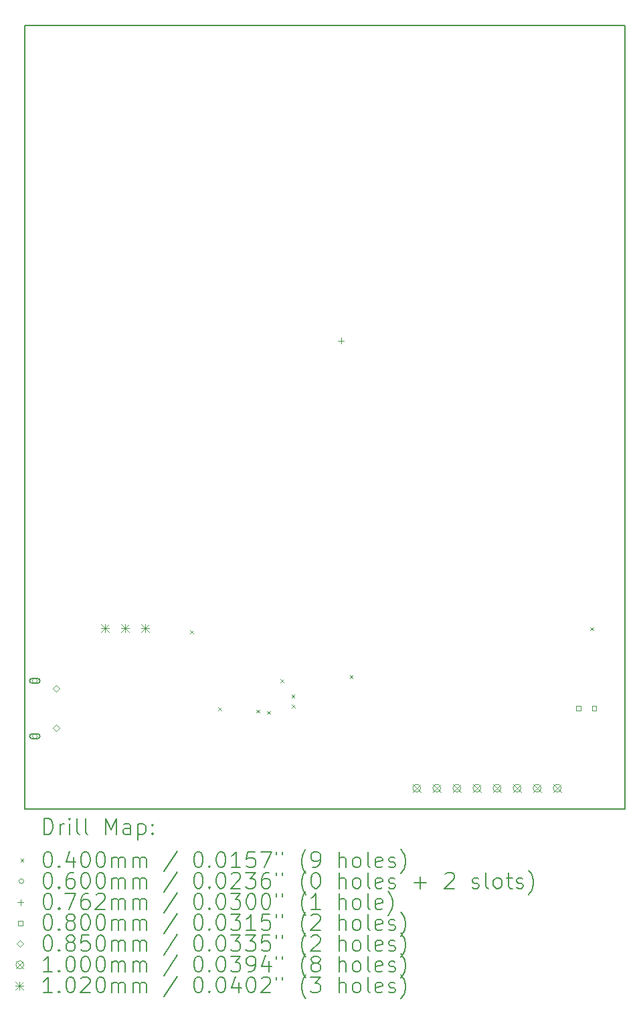
<source format=gbr>
%TF.GenerationSoftware,KiCad,Pcbnew,(6.0.7)*%
%TF.CreationDate,2022-10-01T10:06:27-06:00*%
%TF.ProjectId,attiny_rfid_light,61747469-6e79-45f7-9266-69645f6c6967,rev?*%
%TF.SameCoordinates,Original*%
%TF.FileFunction,Drillmap*%
%TF.FilePolarity,Positive*%
%FSLAX45Y45*%
G04 Gerber Fmt 4.5, Leading zero omitted, Abs format (unit mm)*
G04 Created by KiCad (PCBNEW (6.0.7)) date 2022-10-01 10:06:27*
%MOMM*%
%LPD*%
G01*
G04 APERTURE LIST*
%ADD10C,0.200000*%
%ADD11C,0.040000*%
%ADD12C,0.060000*%
%ADD13C,0.076200*%
%ADD14C,0.080000*%
%ADD15C,0.085000*%
%ADD16C,0.100000*%
%ADD17C,0.102000*%
G04 APERTURE END LIST*
D10*
X6604000Y-5588000D02*
X14200000Y-5588000D01*
X14200000Y-5588000D02*
X14200000Y-15494000D01*
X14200000Y-15494000D02*
X6604000Y-15494000D01*
X6604000Y-15494000D02*
X6604000Y-5588000D01*
D11*
X8699420Y-13238300D02*
X8739420Y-13278300D01*
X8739420Y-13238300D02*
X8699420Y-13278300D01*
X9052530Y-14207480D02*
X9092530Y-14247480D01*
X9092530Y-14207480D02*
X9052530Y-14247480D01*
X9539600Y-14238740D02*
X9579600Y-14278740D01*
X9579600Y-14238740D02*
X9539600Y-14278740D01*
X9672950Y-14255800D02*
X9712950Y-14295800D01*
X9712950Y-14255800D02*
X9672950Y-14295800D01*
X9842930Y-13855160D02*
X9882930Y-13895160D01*
X9882930Y-13855160D02*
X9842930Y-13895160D01*
X9981560Y-14049770D02*
X10021560Y-14089770D01*
X10021560Y-14049770D02*
X9981560Y-14089770D01*
X9983370Y-14177800D02*
X10023370Y-14217800D01*
X10023370Y-14177800D02*
X9983370Y-14217800D01*
X10717930Y-13802170D02*
X10757930Y-13842170D01*
X10757930Y-13802170D02*
X10717930Y-13842170D01*
X13760580Y-13197350D02*
X13800580Y-13237350D01*
X13800580Y-13197350D02*
X13760580Y-13237350D01*
D12*
X6764250Y-13874000D02*
G75*
G03*
X6764250Y-13874000I-30000J0D01*
G01*
D10*
X6699250Y-13904000D02*
X6769250Y-13904000D01*
X6699250Y-13844000D02*
X6769250Y-13844000D01*
X6769250Y-13904000D02*
G75*
G03*
X6769250Y-13844000I0J30000D01*
G01*
X6699250Y-13844000D02*
G75*
G03*
X6699250Y-13904000I0J-30000D01*
G01*
D12*
X6764250Y-14574000D02*
G75*
G03*
X6764250Y-14574000I-30000J0D01*
G01*
D10*
X6769250Y-14544000D02*
X6699250Y-14544000D01*
X6769250Y-14604000D02*
X6699250Y-14604000D01*
X6699250Y-14544000D02*
G75*
G03*
X6699250Y-14604000I0J-30000D01*
G01*
X6769250Y-14604000D02*
G75*
G03*
X6769250Y-14544000I0J30000D01*
G01*
D13*
X10609350Y-9537080D02*
X10609350Y-9613280D01*
X10571250Y-9575180D02*
X10647450Y-9575180D01*
D14*
X13640984Y-14248284D02*
X13640984Y-14191715D01*
X13584415Y-14191715D01*
X13584415Y-14248284D01*
X13640984Y-14248284D01*
X13840984Y-14248284D02*
X13840984Y-14191715D01*
X13784415Y-14191715D01*
X13784415Y-14248284D01*
X13840984Y-14248284D01*
D15*
X7004250Y-14016500D02*
X7046750Y-13974000D01*
X7004250Y-13931500D01*
X6961750Y-13974000D01*
X7004250Y-14016500D01*
X7004250Y-14516500D02*
X7046750Y-14474000D01*
X7004250Y-14431500D01*
X6961750Y-14474000D01*
X7004250Y-14516500D01*
D16*
X11515860Y-15181370D02*
X11615860Y-15281370D01*
X11615860Y-15181370D02*
X11515860Y-15281370D01*
X11615860Y-15231370D02*
G75*
G03*
X11615860Y-15231370I-50000J0D01*
G01*
X11769860Y-15181370D02*
X11869860Y-15281370D01*
X11869860Y-15181370D02*
X11769860Y-15281370D01*
X11869860Y-15231370D02*
G75*
G03*
X11869860Y-15231370I-50000J0D01*
G01*
X12023860Y-15181370D02*
X12123860Y-15281370D01*
X12123860Y-15181370D02*
X12023860Y-15281370D01*
X12123860Y-15231370D02*
G75*
G03*
X12123860Y-15231370I-50000J0D01*
G01*
X12277860Y-15181370D02*
X12377860Y-15281370D01*
X12377860Y-15181370D02*
X12277860Y-15281370D01*
X12377860Y-15231370D02*
G75*
G03*
X12377860Y-15231370I-50000J0D01*
G01*
X12531860Y-15181370D02*
X12631860Y-15281370D01*
X12631860Y-15181370D02*
X12531860Y-15281370D01*
X12631860Y-15231370D02*
G75*
G03*
X12631860Y-15231370I-50000J0D01*
G01*
X12785860Y-15181370D02*
X12885860Y-15281370D01*
X12885860Y-15181370D02*
X12785860Y-15281370D01*
X12885860Y-15231370D02*
G75*
G03*
X12885860Y-15231370I-50000J0D01*
G01*
X13039860Y-15181370D02*
X13139860Y-15281370D01*
X13139860Y-15181370D02*
X13039860Y-15281370D01*
X13139860Y-15231370D02*
G75*
G03*
X13139860Y-15231370I-50000J0D01*
G01*
X13293860Y-15181370D02*
X13393860Y-15281370D01*
X13393860Y-15181370D02*
X13293860Y-15281370D01*
X13393860Y-15231370D02*
G75*
G03*
X13393860Y-15231370I-50000J0D01*
G01*
D17*
X7569000Y-13157000D02*
X7671000Y-13259000D01*
X7671000Y-13157000D02*
X7569000Y-13259000D01*
X7620000Y-13157000D02*
X7620000Y-13259000D01*
X7569000Y-13208000D02*
X7671000Y-13208000D01*
X7823000Y-13157000D02*
X7925000Y-13259000D01*
X7925000Y-13157000D02*
X7823000Y-13259000D01*
X7874000Y-13157000D02*
X7874000Y-13259000D01*
X7823000Y-13208000D02*
X7925000Y-13208000D01*
X8077000Y-13157000D02*
X8179000Y-13259000D01*
X8179000Y-13157000D02*
X8077000Y-13259000D01*
X8128000Y-13157000D02*
X8128000Y-13259000D01*
X8077000Y-13208000D02*
X8179000Y-13208000D01*
D10*
X6851619Y-15814476D02*
X6851619Y-15614476D01*
X6899238Y-15614476D01*
X6927809Y-15624000D01*
X6946857Y-15643048D01*
X6956381Y-15662095D01*
X6965905Y-15700190D01*
X6965905Y-15728762D01*
X6956381Y-15766857D01*
X6946857Y-15785905D01*
X6927809Y-15804952D01*
X6899238Y-15814476D01*
X6851619Y-15814476D01*
X7051619Y-15814476D02*
X7051619Y-15681143D01*
X7051619Y-15719238D02*
X7061143Y-15700190D01*
X7070667Y-15690667D01*
X7089714Y-15681143D01*
X7108762Y-15681143D01*
X7175428Y-15814476D02*
X7175428Y-15681143D01*
X7175428Y-15614476D02*
X7165905Y-15624000D01*
X7175428Y-15633524D01*
X7184952Y-15624000D01*
X7175428Y-15614476D01*
X7175428Y-15633524D01*
X7299238Y-15814476D02*
X7280190Y-15804952D01*
X7270667Y-15785905D01*
X7270667Y-15614476D01*
X7404000Y-15814476D02*
X7384952Y-15804952D01*
X7375428Y-15785905D01*
X7375428Y-15614476D01*
X7632571Y-15814476D02*
X7632571Y-15614476D01*
X7699238Y-15757333D01*
X7765905Y-15614476D01*
X7765905Y-15814476D01*
X7946857Y-15814476D02*
X7946857Y-15709714D01*
X7937333Y-15690667D01*
X7918286Y-15681143D01*
X7880190Y-15681143D01*
X7861143Y-15690667D01*
X7946857Y-15804952D02*
X7927809Y-15814476D01*
X7880190Y-15814476D01*
X7861143Y-15804952D01*
X7851619Y-15785905D01*
X7851619Y-15766857D01*
X7861143Y-15747809D01*
X7880190Y-15738286D01*
X7927809Y-15738286D01*
X7946857Y-15728762D01*
X8042095Y-15681143D02*
X8042095Y-15881143D01*
X8042095Y-15690667D02*
X8061143Y-15681143D01*
X8099238Y-15681143D01*
X8118286Y-15690667D01*
X8127809Y-15700190D01*
X8137333Y-15719238D01*
X8137333Y-15776381D01*
X8127809Y-15795428D01*
X8118286Y-15804952D01*
X8099238Y-15814476D01*
X8061143Y-15814476D01*
X8042095Y-15804952D01*
X8223048Y-15795428D02*
X8232571Y-15804952D01*
X8223048Y-15814476D01*
X8213524Y-15804952D01*
X8223048Y-15795428D01*
X8223048Y-15814476D01*
X8223048Y-15690667D02*
X8232571Y-15700190D01*
X8223048Y-15709714D01*
X8213524Y-15700190D01*
X8223048Y-15690667D01*
X8223048Y-15709714D01*
D11*
X6554000Y-16124000D02*
X6594000Y-16164000D01*
X6594000Y-16124000D02*
X6554000Y-16164000D01*
D10*
X6889714Y-16034476D02*
X6908762Y-16034476D01*
X6927809Y-16044000D01*
X6937333Y-16053524D01*
X6946857Y-16072571D01*
X6956381Y-16110667D01*
X6956381Y-16158286D01*
X6946857Y-16196381D01*
X6937333Y-16215428D01*
X6927809Y-16224952D01*
X6908762Y-16234476D01*
X6889714Y-16234476D01*
X6870667Y-16224952D01*
X6861143Y-16215428D01*
X6851619Y-16196381D01*
X6842095Y-16158286D01*
X6842095Y-16110667D01*
X6851619Y-16072571D01*
X6861143Y-16053524D01*
X6870667Y-16044000D01*
X6889714Y-16034476D01*
X7042095Y-16215428D02*
X7051619Y-16224952D01*
X7042095Y-16234476D01*
X7032571Y-16224952D01*
X7042095Y-16215428D01*
X7042095Y-16234476D01*
X7223048Y-16101143D02*
X7223048Y-16234476D01*
X7175428Y-16024952D02*
X7127809Y-16167809D01*
X7251619Y-16167809D01*
X7365905Y-16034476D02*
X7384952Y-16034476D01*
X7404000Y-16044000D01*
X7413524Y-16053524D01*
X7423048Y-16072571D01*
X7432571Y-16110667D01*
X7432571Y-16158286D01*
X7423048Y-16196381D01*
X7413524Y-16215428D01*
X7404000Y-16224952D01*
X7384952Y-16234476D01*
X7365905Y-16234476D01*
X7346857Y-16224952D01*
X7337333Y-16215428D01*
X7327809Y-16196381D01*
X7318286Y-16158286D01*
X7318286Y-16110667D01*
X7327809Y-16072571D01*
X7337333Y-16053524D01*
X7346857Y-16044000D01*
X7365905Y-16034476D01*
X7556381Y-16034476D02*
X7575428Y-16034476D01*
X7594476Y-16044000D01*
X7604000Y-16053524D01*
X7613524Y-16072571D01*
X7623048Y-16110667D01*
X7623048Y-16158286D01*
X7613524Y-16196381D01*
X7604000Y-16215428D01*
X7594476Y-16224952D01*
X7575428Y-16234476D01*
X7556381Y-16234476D01*
X7537333Y-16224952D01*
X7527809Y-16215428D01*
X7518286Y-16196381D01*
X7508762Y-16158286D01*
X7508762Y-16110667D01*
X7518286Y-16072571D01*
X7527809Y-16053524D01*
X7537333Y-16044000D01*
X7556381Y-16034476D01*
X7708762Y-16234476D02*
X7708762Y-16101143D01*
X7708762Y-16120190D02*
X7718286Y-16110667D01*
X7737333Y-16101143D01*
X7765905Y-16101143D01*
X7784952Y-16110667D01*
X7794476Y-16129714D01*
X7794476Y-16234476D01*
X7794476Y-16129714D02*
X7804000Y-16110667D01*
X7823048Y-16101143D01*
X7851619Y-16101143D01*
X7870667Y-16110667D01*
X7880190Y-16129714D01*
X7880190Y-16234476D01*
X7975428Y-16234476D02*
X7975428Y-16101143D01*
X7975428Y-16120190D02*
X7984952Y-16110667D01*
X8004000Y-16101143D01*
X8032571Y-16101143D01*
X8051619Y-16110667D01*
X8061143Y-16129714D01*
X8061143Y-16234476D01*
X8061143Y-16129714D02*
X8070667Y-16110667D01*
X8089714Y-16101143D01*
X8118286Y-16101143D01*
X8137333Y-16110667D01*
X8146857Y-16129714D01*
X8146857Y-16234476D01*
X8537333Y-16024952D02*
X8365905Y-16282095D01*
X8794476Y-16034476D02*
X8813524Y-16034476D01*
X8832571Y-16044000D01*
X8842095Y-16053524D01*
X8851619Y-16072571D01*
X8861143Y-16110667D01*
X8861143Y-16158286D01*
X8851619Y-16196381D01*
X8842095Y-16215428D01*
X8832571Y-16224952D01*
X8813524Y-16234476D01*
X8794476Y-16234476D01*
X8775429Y-16224952D01*
X8765905Y-16215428D01*
X8756381Y-16196381D01*
X8746857Y-16158286D01*
X8746857Y-16110667D01*
X8756381Y-16072571D01*
X8765905Y-16053524D01*
X8775429Y-16044000D01*
X8794476Y-16034476D01*
X8946857Y-16215428D02*
X8956381Y-16224952D01*
X8946857Y-16234476D01*
X8937333Y-16224952D01*
X8946857Y-16215428D01*
X8946857Y-16234476D01*
X9080190Y-16034476D02*
X9099238Y-16034476D01*
X9118286Y-16044000D01*
X9127810Y-16053524D01*
X9137333Y-16072571D01*
X9146857Y-16110667D01*
X9146857Y-16158286D01*
X9137333Y-16196381D01*
X9127810Y-16215428D01*
X9118286Y-16224952D01*
X9099238Y-16234476D01*
X9080190Y-16234476D01*
X9061143Y-16224952D01*
X9051619Y-16215428D01*
X9042095Y-16196381D01*
X9032571Y-16158286D01*
X9032571Y-16110667D01*
X9042095Y-16072571D01*
X9051619Y-16053524D01*
X9061143Y-16044000D01*
X9080190Y-16034476D01*
X9337333Y-16234476D02*
X9223048Y-16234476D01*
X9280190Y-16234476D02*
X9280190Y-16034476D01*
X9261143Y-16063048D01*
X9242095Y-16082095D01*
X9223048Y-16091619D01*
X9518286Y-16034476D02*
X9423048Y-16034476D01*
X9413524Y-16129714D01*
X9423048Y-16120190D01*
X9442095Y-16110667D01*
X9489714Y-16110667D01*
X9508762Y-16120190D01*
X9518286Y-16129714D01*
X9527810Y-16148762D01*
X9527810Y-16196381D01*
X9518286Y-16215428D01*
X9508762Y-16224952D01*
X9489714Y-16234476D01*
X9442095Y-16234476D01*
X9423048Y-16224952D01*
X9413524Y-16215428D01*
X9594476Y-16034476D02*
X9727810Y-16034476D01*
X9642095Y-16234476D01*
X9794476Y-16034476D02*
X9794476Y-16072571D01*
X9870667Y-16034476D02*
X9870667Y-16072571D01*
X10165905Y-16310667D02*
X10156381Y-16301143D01*
X10137333Y-16272571D01*
X10127810Y-16253524D01*
X10118286Y-16224952D01*
X10108762Y-16177333D01*
X10108762Y-16139238D01*
X10118286Y-16091619D01*
X10127810Y-16063048D01*
X10137333Y-16044000D01*
X10156381Y-16015428D01*
X10165905Y-16005905D01*
X10251619Y-16234476D02*
X10289714Y-16234476D01*
X10308762Y-16224952D01*
X10318286Y-16215428D01*
X10337333Y-16186857D01*
X10346857Y-16148762D01*
X10346857Y-16072571D01*
X10337333Y-16053524D01*
X10327810Y-16044000D01*
X10308762Y-16034476D01*
X10270667Y-16034476D01*
X10251619Y-16044000D01*
X10242095Y-16053524D01*
X10232571Y-16072571D01*
X10232571Y-16120190D01*
X10242095Y-16139238D01*
X10251619Y-16148762D01*
X10270667Y-16158286D01*
X10308762Y-16158286D01*
X10327810Y-16148762D01*
X10337333Y-16139238D01*
X10346857Y-16120190D01*
X10584952Y-16234476D02*
X10584952Y-16034476D01*
X10670667Y-16234476D02*
X10670667Y-16129714D01*
X10661143Y-16110667D01*
X10642095Y-16101143D01*
X10613524Y-16101143D01*
X10594476Y-16110667D01*
X10584952Y-16120190D01*
X10794476Y-16234476D02*
X10775429Y-16224952D01*
X10765905Y-16215428D01*
X10756381Y-16196381D01*
X10756381Y-16139238D01*
X10765905Y-16120190D01*
X10775429Y-16110667D01*
X10794476Y-16101143D01*
X10823048Y-16101143D01*
X10842095Y-16110667D01*
X10851619Y-16120190D01*
X10861143Y-16139238D01*
X10861143Y-16196381D01*
X10851619Y-16215428D01*
X10842095Y-16224952D01*
X10823048Y-16234476D01*
X10794476Y-16234476D01*
X10975429Y-16234476D02*
X10956381Y-16224952D01*
X10946857Y-16205905D01*
X10946857Y-16034476D01*
X11127810Y-16224952D02*
X11108762Y-16234476D01*
X11070667Y-16234476D01*
X11051619Y-16224952D01*
X11042095Y-16205905D01*
X11042095Y-16129714D01*
X11051619Y-16110667D01*
X11070667Y-16101143D01*
X11108762Y-16101143D01*
X11127810Y-16110667D01*
X11137333Y-16129714D01*
X11137333Y-16148762D01*
X11042095Y-16167809D01*
X11213524Y-16224952D02*
X11232571Y-16234476D01*
X11270667Y-16234476D01*
X11289714Y-16224952D01*
X11299238Y-16205905D01*
X11299238Y-16196381D01*
X11289714Y-16177333D01*
X11270667Y-16167809D01*
X11242095Y-16167809D01*
X11223048Y-16158286D01*
X11213524Y-16139238D01*
X11213524Y-16129714D01*
X11223048Y-16110667D01*
X11242095Y-16101143D01*
X11270667Y-16101143D01*
X11289714Y-16110667D01*
X11365905Y-16310667D02*
X11375428Y-16301143D01*
X11394476Y-16272571D01*
X11404000Y-16253524D01*
X11413524Y-16224952D01*
X11423048Y-16177333D01*
X11423048Y-16139238D01*
X11413524Y-16091619D01*
X11404000Y-16063048D01*
X11394476Y-16044000D01*
X11375428Y-16015428D01*
X11365905Y-16005905D01*
D12*
X6594000Y-16408000D02*
G75*
G03*
X6594000Y-16408000I-30000J0D01*
G01*
D10*
X6889714Y-16298476D02*
X6908762Y-16298476D01*
X6927809Y-16308000D01*
X6937333Y-16317524D01*
X6946857Y-16336571D01*
X6956381Y-16374667D01*
X6956381Y-16422286D01*
X6946857Y-16460381D01*
X6937333Y-16479428D01*
X6927809Y-16488952D01*
X6908762Y-16498476D01*
X6889714Y-16498476D01*
X6870667Y-16488952D01*
X6861143Y-16479428D01*
X6851619Y-16460381D01*
X6842095Y-16422286D01*
X6842095Y-16374667D01*
X6851619Y-16336571D01*
X6861143Y-16317524D01*
X6870667Y-16308000D01*
X6889714Y-16298476D01*
X7042095Y-16479428D02*
X7051619Y-16488952D01*
X7042095Y-16498476D01*
X7032571Y-16488952D01*
X7042095Y-16479428D01*
X7042095Y-16498476D01*
X7223048Y-16298476D02*
X7184952Y-16298476D01*
X7165905Y-16308000D01*
X7156381Y-16317524D01*
X7137333Y-16346095D01*
X7127809Y-16384190D01*
X7127809Y-16460381D01*
X7137333Y-16479428D01*
X7146857Y-16488952D01*
X7165905Y-16498476D01*
X7204000Y-16498476D01*
X7223048Y-16488952D01*
X7232571Y-16479428D01*
X7242095Y-16460381D01*
X7242095Y-16412762D01*
X7232571Y-16393714D01*
X7223048Y-16384190D01*
X7204000Y-16374667D01*
X7165905Y-16374667D01*
X7146857Y-16384190D01*
X7137333Y-16393714D01*
X7127809Y-16412762D01*
X7365905Y-16298476D02*
X7384952Y-16298476D01*
X7404000Y-16308000D01*
X7413524Y-16317524D01*
X7423048Y-16336571D01*
X7432571Y-16374667D01*
X7432571Y-16422286D01*
X7423048Y-16460381D01*
X7413524Y-16479428D01*
X7404000Y-16488952D01*
X7384952Y-16498476D01*
X7365905Y-16498476D01*
X7346857Y-16488952D01*
X7337333Y-16479428D01*
X7327809Y-16460381D01*
X7318286Y-16422286D01*
X7318286Y-16374667D01*
X7327809Y-16336571D01*
X7337333Y-16317524D01*
X7346857Y-16308000D01*
X7365905Y-16298476D01*
X7556381Y-16298476D02*
X7575428Y-16298476D01*
X7594476Y-16308000D01*
X7604000Y-16317524D01*
X7613524Y-16336571D01*
X7623048Y-16374667D01*
X7623048Y-16422286D01*
X7613524Y-16460381D01*
X7604000Y-16479428D01*
X7594476Y-16488952D01*
X7575428Y-16498476D01*
X7556381Y-16498476D01*
X7537333Y-16488952D01*
X7527809Y-16479428D01*
X7518286Y-16460381D01*
X7508762Y-16422286D01*
X7508762Y-16374667D01*
X7518286Y-16336571D01*
X7527809Y-16317524D01*
X7537333Y-16308000D01*
X7556381Y-16298476D01*
X7708762Y-16498476D02*
X7708762Y-16365143D01*
X7708762Y-16384190D02*
X7718286Y-16374667D01*
X7737333Y-16365143D01*
X7765905Y-16365143D01*
X7784952Y-16374667D01*
X7794476Y-16393714D01*
X7794476Y-16498476D01*
X7794476Y-16393714D02*
X7804000Y-16374667D01*
X7823048Y-16365143D01*
X7851619Y-16365143D01*
X7870667Y-16374667D01*
X7880190Y-16393714D01*
X7880190Y-16498476D01*
X7975428Y-16498476D02*
X7975428Y-16365143D01*
X7975428Y-16384190D02*
X7984952Y-16374667D01*
X8004000Y-16365143D01*
X8032571Y-16365143D01*
X8051619Y-16374667D01*
X8061143Y-16393714D01*
X8061143Y-16498476D01*
X8061143Y-16393714D02*
X8070667Y-16374667D01*
X8089714Y-16365143D01*
X8118286Y-16365143D01*
X8137333Y-16374667D01*
X8146857Y-16393714D01*
X8146857Y-16498476D01*
X8537333Y-16288952D02*
X8365905Y-16546095D01*
X8794476Y-16298476D02*
X8813524Y-16298476D01*
X8832571Y-16308000D01*
X8842095Y-16317524D01*
X8851619Y-16336571D01*
X8861143Y-16374667D01*
X8861143Y-16422286D01*
X8851619Y-16460381D01*
X8842095Y-16479428D01*
X8832571Y-16488952D01*
X8813524Y-16498476D01*
X8794476Y-16498476D01*
X8775429Y-16488952D01*
X8765905Y-16479428D01*
X8756381Y-16460381D01*
X8746857Y-16422286D01*
X8746857Y-16374667D01*
X8756381Y-16336571D01*
X8765905Y-16317524D01*
X8775429Y-16308000D01*
X8794476Y-16298476D01*
X8946857Y-16479428D02*
X8956381Y-16488952D01*
X8946857Y-16498476D01*
X8937333Y-16488952D01*
X8946857Y-16479428D01*
X8946857Y-16498476D01*
X9080190Y-16298476D02*
X9099238Y-16298476D01*
X9118286Y-16308000D01*
X9127810Y-16317524D01*
X9137333Y-16336571D01*
X9146857Y-16374667D01*
X9146857Y-16422286D01*
X9137333Y-16460381D01*
X9127810Y-16479428D01*
X9118286Y-16488952D01*
X9099238Y-16498476D01*
X9080190Y-16498476D01*
X9061143Y-16488952D01*
X9051619Y-16479428D01*
X9042095Y-16460381D01*
X9032571Y-16422286D01*
X9032571Y-16374667D01*
X9042095Y-16336571D01*
X9051619Y-16317524D01*
X9061143Y-16308000D01*
X9080190Y-16298476D01*
X9223048Y-16317524D02*
X9232571Y-16308000D01*
X9251619Y-16298476D01*
X9299238Y-16298476D01*
X9318286Y-16308000D01*
X9327810Y-16317524D01*
X9337333Y-16336571D01*
X9337333Y-16355619D01*
X9327810Y-16384190D01*
X9213524Y-16498476D01*
X9337333Y-16498476D01*
X9404000Y-16298476D02*
X9527810Y-16298476D01*
X9461143Y-16374667D01*
X9489714Y-16374667D01*
X9508762Y-16384190D01*
X9518286Y-16393714D01*
X9527810Y-16412762D01*
X9527810Y-16460381D01*
X9518286Y-16479428D01*
X9508762Y-16488952D01*
X9489714Y-16498476D01*
X9432571Y-16498476D01*
X9413524Y-16488952D01*
X9404000Y-16479428D01*
X9699238Y-16298476D02*
X9661143Y-16298476D01*
X9642095Y-16308000D01*
X9632571Y-16317524D01*
X9613524Y-16346095D01*
X9604000Y-16384190D01*
X9604000Y-16460381D01*
X9613524Y-16479428D01*
X9623048Y-16488952D01*
X9642095Y-16498476D01*
X9680190Y-16498476D01*
X9699238Y-16488952D01*
X9708762Y-16479428D01*
X9718286Y-16460381D01*
X9718286Y-16412762D01*
X9708762Y-16393714D01*
X9699238Y-16384190D01*
X9680190Y-16374667D01*
X9642095Y-16374667D01*
X9623048Y-16384190D01*
X9613524Y-16393714D01*
X9604000Y-16412762D01*
X9794476Y-16298476D02*
X9794476Y-16336571D01*
X9870667Y-16298476D02*
X9870667Y-16336571D01*
X10165905Y-16574667D02*
X10156381Y-16565143D01*
X10137333Y-16536571D01*
X10127810Y-16517524D01*
X10118286Y-16488952D01*
X10108762Y-16441333D01*
X10108762Y-16403238D01*
X10118286Y-16355619D01*
X10127810Y-16327048D01*
X10137333Y-16308000D01*
X10156381Y-16279428D01*
X10165905Y-16269905D01*
X10280190Y-16298476D02*
X10299238Y-16298476D01*
X10318286Y-16308000D01*
X10327810Y-16317524D01*
X10337333Y-16336571D01*
X10346857Y-16374667D01*
X10346857Y-16422286D01*
X10337333Y-16460381D01*
X10327810Y-16479428D01*
X10318286Y-16488952D01*
X10299238Y-16498476D01*
X10280190Y-16498476D01*
X10261143Y-16488952D01*
X10251619Y-16479428D01*
X10242095Y-16460381D01*
X10232571Y-16422286D01*
X10232571Y-16374667D01*
X10242095Y-16336571D01*
X10251619Y-16317524D01*
X10261143Y-16308000D01*
X10280190Y-16298476D01*
X10584952Y-16498476D02*
X10584952Y-16298476D01*
X10670667Y-16498476D02*
X10670667Y-16393714D01*
X10661143Y-16374667D01*
X10642095Y-16365143D01*
X10613524Y-16365143D01*
X10594476Y-16374667D01*
X10584952Y-16384190D01*
X10794476Y-16498476D02*
X10775429Y-16488952D01*
X10765905Y-16479428D01*
X10756381Y-16460381D01*
X10756381Y-16403238D01*
X10765905Y-16384190D01*
X10775429Y-16374667D01*
X10794476Y-16365143D01*
X10823048Y-16365143D01*
X10842095Y-16374667D01*
X10851619Y-16384190D01*
X10861143Y-16403238D01*
X10861143Y-16460381D01*
X10851619Y-16479428D01*
X10842095Y-16488952D01*
X10823048Y-16498476D01*
X10794476Y-16498476D01*
X10975429Y-16498476D02*
X10956381Y-16488952D01*
X10946857Y-16469905D01*
X10946857Y-16298476D01*
X11127810Y-16488952D02*
X11108762Y-16498476D01*
X11070667Y-16498476D01*
X11051619Y-16488952D01*
X11042095Y-16469905D01*
X11042095Y-16393714D01*
X11051619Y-16374667D01*
X11070667Y-16365143D01*
X11108762Y-16365143D01*
X11127810Y-16374667D01*
X11137333Y-16393714D01*
X11137333Y-16412762D01*
X11042095Y-16431809D01*
X11213524Y-16488952D02*
X11232571Y-16498476D01*
X11270667Y-16498476D01*
X11289714Y-16488952D01*
X11299238Y-16469905D01*
X11299238Y-16460381D01*
X11289714Y-16441333D01*
X11270667Y-16431809D01*
X11242095Y-16431809D01*
X11223048Y-16422286D01*
X11213524Y-16403238D01*
X11213524Y-16393714D01*
X11223048Y-16374667D01*
X11242095Y-16365143D01*
X11270667Y-16365143D01*
X11289714Y-16374667D01*
X11537333Y-16422286D02*
X11689714Y-16422286D01*
X11613524Y-16498476D02*
X11613524Y-16346095D01*
X11927809Y-16317524D02*
X11937333Y-16308000D01*
X11956381Y-16298476D01*
X12004000Y-16298476D01*
X12023048Y-16308000D01*
X12032571Y-16317524D01*
X12042095Y-16336571D01*
X12042095Y-16355619D01*
X12032571Y-16384190D01*
X11918286Y-16498476D01*
X12042095Y-16498476D01*
X12270667Y-16488952D02*
X12289714Y-16498476D01*
X12327809Y-16498476D01*
X12346857Y-16488952D01*
X12356381Y-16469905D01*
X12356381Y-16460381D01*
X12346857Y-16441333D01*
X12327809Y-16431809D01*
X12299238Y-16431809D01*
X12280190Y-16422286D01*
X12270667Y-16403238D01*
X12270667Y-16393714D01*
X12280190Y-16374667D01*
X12299238Y-16365143D01*
X12327809Y-16365143D01*
X12346857Y-16374667D01*
X12470667Y-16498476D02*
X12451619Y-16488952D01*
X12442095Y-16469905D01*
X12442095Y-16298476D01*
X12575428Y-16498476D02*
X12556381Y-16488952D01*
X12546857Y-16479428D01*
X12537333Y-16460381D01*
X12537333Y-16403238D01*
X12546857Y-16384190D01*
X12556381Y-16374667D01*
X12575428Y-16365143D01*
X12604000Y-16365143D01*
X12623048Y-16374667D01*
X12632571Y-16384190D01*
X12642095Y-16403238D01*
X12642095Y-16460381D01*
X12632571Y-16479428D01*
X12623048Y-16488952D01*
X12604000Y-16498476D01*
X12575428Y-16498476D01*
X12699238Y-16365143D02*
X12775428Y-16365143D01*
X12727809Y-16298476D02*
X12727809Y-16469905D01*
X12737333Y-16488952D01*
X12756381Y-16498476D01*
X12775428Y-16498476D01*
X12832571Y-16488952D02*
X12851619Y-16498476D01*
X12889714Y-16498476D01*
X12908762Y-16488952D01*
X12918286Y-16469905D01*
X12918286Y-16460381D01*
X12908762Y-16441333D01*
X12889714Y-16431809D01*
X12861143Y-16431809D01*
X12842095Y-16422286D01*
X12832571Y-16403238D01*
X12832571Y-16393714D01*
X12842095Y-16374667D01*
X12861143Y-16365143D01*
X12889714Y-16365143D01*
X12908762Y-16374667D01*
X12984952Y-16574667D02*
X12994476Y-16565143D01*
X13013524Y-16536571D01*
X13023048Y-16517524D01*
X13032571Y-16488952D01*
X13042095Y-16441333D01*
X13042095Y-16403238D01*
X13032571Y-16355619D01*
X13023048Y-16327048D01*
X13013524Y-16308000D01*
X12994476Y-16279428D01*
X12984952Y-16269905D01*
D13*
X6555900Y-16633900D02*
X6555900Y-16710100D01*
X6517800Y-16672000D02*
X6594000Y-16672000D01*
D10*
X6889714Y-16562476D02*
X6908762Y-16562476D01*
X6927809Y-16572000D01*
X6937333Y-16581524D01*
X6946857Y-16600571D01*
X6956381Y-16638667D01*
X6956381Y-16686286D01*
X6946857Y-16724381D01*
X6937333Y-16743428D01*
X6927809Y-16752952D01*
X6908762Y-16762476D01*
X6889714Y-16762476D01*
X6870667Y-16752952D01*
X6861143Y-16743428D01*
X6851619Y-16724381D01*
X6842095Y-16686286D01*
X6842095Y-16638667D01*
X6851619Y-16600571D01*
X6861143Y-16581524D01*
X6870667Y-16572000D01*
X6889714Y-16562476D01*
X7042095Y-16743428D02*
X7051619Y-16752952D01*
X7042095Y-16762476D01*
X7032571Y-16752952D01*
X7042095Y-16743428D01*
X7042095Y-16762476D01*
X7118286Y-16562476D02*
X7251619Y-16562476D01*
X7165905Y-16762476D01*
X7413524Y-16562476D02*
X7375428Y-16562476D01*
X7356381Y-16572000D01*
X7346857Y-16581524D01*
X7327809Y-16610095D01*
X7318286Y-16648190D01*
X7318286Y-16724381D01*
X7327809Y-16743428D01*
X7337333Y-16752952D01*
X7356381Y-16762476D01*
X7394476Y-16762476D01*
X7413524Y-16752952D01*
X7423048Y-16743428D01*
X7432571Y-16724381D01*
X7432571Y-16676762D01*
X7423048Y-16657714D01*
X7413524Y-16648190D01*
X7394476Y-16638667D01*
X7356381Y-16638667D01*
X7337333Y-16648190D01*
X7327809Y-16657714D01*
X7318286Y-16676762D01*
X7508762Y-16581524D02*
X7518286Y-16572000D01*
X7537333Y-16562476D01*
X7584952Y-16562476D01*
X7604000Y-16572000D01*
X7613524Y-16581524D01*
X7623048Y-16600571D01*
X7623048Y-16619619D01*
X7613524Y-16648190D01*
X7499238Y-16762476D01*
X7623048Y-16762476D01*
X7708762Y-16762476D02*
X7708762Y-16629143D01*
X7708762Y-16648190D02*
X7718286Y-16638667D01*
X7737333Y-16629143D01*
X7765905Y-16629143D01*
X7784952Y-16638667D01*
X7794476Y-16657714D01*
X7794476Y-16762476D01*
X7794476Y-16657714D02*
X7804000Y-16638667D01*
X7823048Y-16629143D01*
X7851619Y-16629143D01*
X7870667Y-16638667D01*
X7880190Y-16657714D01*
X7880190Y-16762476D01*
X7975428Y-16762476D02*
X7975428Y-16629143D01*
X7975428Y-16648190D02*
X7984952Y-16638667D01*
X8004000Y-16629143D01*
X8032571Y-16629143D01*
X8051619Y-16638667D01*
X8061143Y-16657714D01*
X8061143Y-16762476D01*
X8061143Y-16657714D02*
X8070667Y-16638667D01*
X8089714Y-16629143D01*
X8118286Y-16629143D01*
X8137333Y-16638667D01*
X8146857Y-16657714D01*
X8146857Y-16762476D01*
X8537333Y-16552952D02*
X8365905Y-16810095D01*
X8794476Y-16562476D02*
X8813524Y-16562476D01*
X8832571Y-16572000D01*
X8842095Y-16581524D01*
X8851619Y-16600571D01*
X8861143Y-16638667D01*
X8861143Y-16686286D01*
X8851619Y-16724381D01*
X8842095Y-16743428D01*
X8832571Y-16752952D01*
X8813524Y-16762476D01*
X8794476Y-16762476D01*
X8775429Y-16752952D01*
X8765905Y-16743428D01*
X8756381Y-16724381D01*
X8746857Y-16686286D01*
X8746857Y-16638667D01*
X8756381Y-16600571D01*
X8765905Y-16581524D01*
X8775429Y-16572000D01*
X8794476Y-16562476D01*
X8946857Y-16743428D02*
X8956381Y-16752952D01*
X8946857Y-16762476D01*
X8937333Y-16752952D01*
X8946857Y-16743428D01*
X8946857Y-16762476D01*
X9080190Y-16562476D02*
X9099238Y-16562476D01*
X9118286Y-16572000D01*
X9127810Y-16581524D01*
X9137333Y-16600571D01*
X9146857Y-16638667D01*
X9146857Y-16686286D01*
X9137333Y-16724381D01*
X9127810Y-16743428D01*
X9118286Y-16752952D01*
X9099238Y-16762476D01*
X9080190Y-16762476D01*
X9061143Y-16752952D01*
X9051619Y-16743428D01*
X9042095Y-16724381D01*
X9032571Y-16686286D01*
X9032571Y-16638667D01*
X9042095Y-16600571D01*
X9051619Y-16581524D01*
X9061143Y-16572000D01*
X9080190Y-16562476D01*
X9213524Y-16562476D02*
X9337333Y-16562476D01*
X9270667Y-16638667D01*
X9299238Y-16638667D01*
X9318286Y-16648190D01*
X9327810Y-16657714D01*
X9337333Y-16676762D01*
X9337333Y-16724381D01*
X9327810Y-16743428D01*
X9318286Y-16752952D01*
X9299238Y-16762476D01*
X9242095Y-16762476D01*
X9223048Y-16752952D01*
X9213524Y-16743428D01*
X9461143Y-16562476D02*
X9480190Y-16562476D01*
X9499238Y-16572000D01*
X9508762Y-16581524D01*
X9518286Y-16600571D01*
X9527810Y-16638667D01*
X9527810Y-16686286D01*
X9518286Y-16724381D01*
X9508762Y-16743428D01*
X9499238Y-16752952D01*
X9480190Y-16762476D01*
X9461143Y-16762476D01*
X9442095Y-16752952D01*
X9432571Y-16743428D01*
X9423048Y-16724381D01*
X9413524Y-16686286D01*
X9413524Y-16638667D01*
X9423048Y-16600571D01*
X9432571Y-16581524D01*
X9442095Y-16572000D01*
X9461143Y-16562476D01*
X9651619Y-16562476D02*
X9670667Y-16562476D01*
X9689714Y-16572000D01*
X9699238Y-16581524D01*
X9708762Y-16600571D01*
X9718286Y-16638667D01*
X9718286Y-16686286D01*
X9708762Y-16724381D01*
X9699238Y-16743428D01*
X9689714Y-16752952D01*
X9670667Y-16762476D01*
X9651619Y-16762476D01*
X9632571Y-16752952D01*
X9623048Y-16743428D01*
X9613524Y-16724381D01*
X9604000Y-16686286D01*
X9604000Y-16638667D01*
X9613524Y-16600571D01*
X9623048Y-16581524D01*
X9632571Y-16572000D01*
X9651619Y-16562476D01*
X9794476Y-16562476D02*
X9794476Y-16600571D01*
X9870667Y-16562476D02*
X9870667Y-16600571D01*
X10165905Y-16838667D02*
X10156381Y-16829143D01*
X10137333Y-16800571D01*
X10127810Y-16781524D01*
X10118286Y-16752952D01*
X10108762Y-16705333D01*
X10108762Y-16667238D01*
X10118286Y-16619619D01*
X10127810Y-16591048D01*
X10137333Y-16572000D01*
X10156381Y-16543428D01*
X10165905Y-16533905D01*
X10346857Y-16762476D02*
X10232571Y-16762476D01*
X10289714Y-16762476D02*
X10289714Y-16562476D01*
X10270667Y-16591048D01*
X10251619Y-16610095D01*
X10232571Y-16619619D01*
X10584952Y-16762476D02*
X10584952Y-16562476D01*
X10670667Y-16762476D02*
X10670667Y-16657714D01*
X10661143Y-16638667D01*
X10642095Y-16629143D01*
X10613524Y-16629143D01*
X10594476Y-16638667D01*
X10584952Y-16648190D01*
X10794476Y-16762476D02*
X10775429Y-16752952D01*
X10765905Y-16743428D01*
X10756381Y-16724381D01*
X10756381Y-16667238D01*
X10765905Y-16648190D01*
X10775429Y-16638667D01*
X10794476Y-16629143D01*
X10823048Y-16629143D01*
X10842095Y-16638667D01*
X10851619Y-16648190D01*
X10861143Y-16667238D01*
X10861143Y-16724381D01*
X10851619Y-16743428D01*
X10842095Y-16752952D01*
X10823048Y-16762476D01*
X10794476Y-16762476D01*
X10975429Y-16762476D02*
X10956381Y-16752952D01*
X10946857Y-16733905D01*
X10946857Y-16562476D01*
X11127810Y-16752952D02*
X11108762Y-16762476D01*
X11070667Y-16762476D01*
X11051619Y-16752952D01*
X11042095Y-16733905D01*
X11042095Y-16657714D01*
X11051619Y-16638667D01*
X11070667Y-16629143D01*
X11108762Y-16629143D01*
X11127810Y-16638667D01*
X11137333Y-16657714D01*
X11137333Y-16676762D01*
X11042095Y-16695809D01*
X11204000Y-16838667D02*
X11213524Y-16829143D01*
X11232571Y-16800571D01*
X11242095Y-16781524D01*
X11251619Y-16752952D01*
X11261143Y-16705333D01*
X11261143Y-16667238D01*
X11251619Y-16619619D01*
X11242095Y-16591048D01*
X11232571Y-16572000D01*
X11213524Y-16543428D01*
X11204000Y-16533905D01*
D14*
X6582284Y-16964285D02*
X6582284Y-16907716D01*
X6525715Y-16907716D01*
X6525715Y-16964285D01*
X6582284Y-16964285D01*
D10*
X6889714Y-16826476D02*
X6908762Y-16826476D01*
X6927809Y-16836000D01*
X6937333Y-16845524D01*
X6946857Y-16864571D01*
X6956381Y-16902667D01*
X6956381Y-16950286D01*
X6946857Y-16988381D01*
X6937333Y-17007429D01*
X6927809Y-17016952D01*
X6908762Y-17026476D01*
X6889714Y-17026476D01*
X6870667Y-17016952D01*
X6861143Y-17007429D01*
X6851619Y-16988381D01*
X6842095Y-16950286D01*
X6842095Y-16902667D01*
X6851619Y-16864571D01*
X6861143Y-16845524D01*
X6870667Y-16836000D01*
X6889714Y-16826476D01*
X7042095Y-17007429D02*
X7051619Y-17016952D01*
X7042095Y-17026476D01*
X7032571Y-17016952D01*
X7042095Y-17007429D01*
X7042095Y-17026476D01*
X7165905Y-16912190D02*
X7146857Y-16902667D01*
X7137333Y-16893143D01*
X7127809Y-16874095D01*
X7127809Y-16864571D01*
X7137333Y-16845524D01*
X7146857Y-16836000D01*
X7165905Y-16826476D01*
X7204000Y-16826476D01*
X7223048Y-16836000D01*
X7232571Y-16845524D01*
X7242095Y-16864571D01*
X7242095Y-16874095D01*
X7232571Y-16893143D01*
X7223048Y-16902667D01*
X7204000Y-16912190D01*
X7165905Y-16912190D01*
X7146857Y-16921714D01*
X7137333Y-16931238D01*
X7127809Y-16950286D01*
X7127809Y-16988381D01*
X7137333Y-17007429D01*
X7146857Y-17016952D01*
X7165905Y-17026476D01*
X7204000Y-17026476D01*
X7223048Y-17016952D01*
X7232571Y-17007429D01*
X7242095Y-16988381D01*
X7242095Y-16950286D01*
X7232571Y-16931238D01*
X7223048Y-16921714D01*
X7204000Y-16912190D01*
X7365905Y-16826476D02*
X7384952Y-16826476D01*
X7404000Y-16836000D01*
X7413524Y-16845524D01*
X7423048Y-16864571D01*
X7432571Y-16902667D01*
X7432571Y-16950286D01*
X7423048Y-16988381D01*
X7413524Y-17007429D01*
X7404000Y-17016952D01*
X7384952Y-17026476D01*
X7365905Y-17026476D01*
X7346857Y-17016952D01*
X7337333Y-17007429D01*
X7327809Y-16988381D01*
X7318286Y-16950286D01*
X7318286Y-16902667D01*
X7327809Y-16864571D01*
X7337333Y-16845524D01*
X7346857Y-16836000D01*
X7365905Y-16826476D01*
X7556381Y-16826476D02*
X7575428Y-16826476D01*
X7594476Y-16836000D01*
X7604000Y-16845524D01*
X7613524Y-16864571D01*
X7623048Y-16902667D01*
X7623048Y-16950286D01*
X7613524Y-16988381D01*
X7604000Y-17007429D01*
X7594476Y-17016952D01*
X7575428Y-17026476D01*
X7556381Y-17026476D01*
X7537333Y-17016952D01*
X7527809Y-17007429D01*
X7518286Y-16988381D01*
X7508762Y-16950286D01*
X7508762Y-16902667D01*
X7518286Y-16864571D01*
X7527809Y-16845524D01*
X7537333Y-16836000D01*
X7556381Y-16826476D01*
X7708762Y-17026476D02*
X7708762Y-16893143D01*
X7708762Y-16912190D02*
X7718286Y-16902667D01*
X7737333Y-16893143D01*
X7765905Y-16893143D01*
X7784952Y-16902667D01*
X7794476Y-16921714D01*
X7794476Y-17026476D01*
X7794476Y-16921714D02*
X7804000Y-16902667D01*
X7823048Y-16893143D01*
X7851619Y-16893143D01*
X7870667Y-16902667D01*
X7880190Y-16921714D01*
X7880190Y-17026476D01*
X7975428Y-17026476D02*
X7975428Y-16893143D01*
X7975428Y-16912190D02*
X7984952Y-16902667D01*
X8004000Y-16893143D01*
X8032571Y-16893143D01*
X8051619Y-16902667D01*
X8061143Y-16921714D01*
X8061143Y-17026476D01*
X8061143Y-16921714D02*
X8070667Y-16902667D01*
X8089714Y-16893143D01*
X8118286Y-16893143D01*
X8137333Y-16902667D01*
X8146857Y-16921714D01*
X8146857Y-17026476D01*
X8537333Y-16816952D02*
X8365905Y-17074095D01*
X8794476Y-16826476D02*
X8813524Y-16826476D01*
X8832571Y-16836000D01*
X8842095Y-16845524D01*
X8851619Y-16864571D01*
X8861143Y-16902667D01*
X8861143Y-16950286D01*
X8851619Y-16988381D01*
X8842095Y-17007429D01*
X8832571Y-17016952D01*
X8813524Y-17026476D01*
X8794476Y-17026476D01*
X8775429Y-17016952D01*
X8765905Y-17007429D01*
X8756381Y-16988381D01*
X8746857Y-16950286D01*
X8746857Y-16902667D01*
X8756381Y-16864571D01*
X8765905Y-16845524D01*
X8775429Y-16836000D01*
X8794476Y-16826476D01*
X8946857Y-17007429D02*
X8956381Y-17016952D01*
X8946857Y-17026476D01*
X8937333Y-17016952D01*
X8946857Y-17007429D01*
X8946857Y-17026476D01*
X9080190Y-16826476D02*
X9099238Y-16826476D01*
X9118286Y-16836000D01*
X9127810Y-16845524D01*
X9137333Y-16864571D01*
X9146857Y-16902667D01*
X9146857Y-16950286D01*
X9137333Y-16988381D01*
X9127810Y-17007429D01*
X9118286Y-17016952D01*
X9099238Y-17026476D01*
X9080190Y-17026476D01*
X9061143Y-17016952D01*
X9051619Y-17007429D01*
X9042095Y-16988381D01*
X9032571Y-16950286D01*
X9032571Y-16902667D01*
X9042095Y-16864571D01*
X9051619Y-16845524D01*
X9061143Y-16836000D01*
X9080190Y-16826476D01*
X9213524Y-16826476D02*
X9337333Y-16826476D01*
X9270667Y-16902667D01*
X9299238Y-16902667D01*
X9318286Y-16912190D01*
X9327810Y-16921714D01*
X9337333Y-16940762D01*
X9337333Y-16988381D01*
X9327810Y-17007429D01*
X9318286Y-17016952D01*
X9299238Y-17026476D01*
X9242095Y-17026476D01*
X9223048Y-17016952D01*
X9213524Y-17007429D01*
X9527810Y-17026476D02*
X9413524Y-17026476D01*
X9470667Y-17026476D02*
X9470667Y-16826476D01*
X9451619Y-16855048D01*
X9432571Y-16874095D01*
X9413524Y-16883619D01*
X9708762Y-16826476D02*
X9613524Y-16826476D01*
X9604000Y-16921714D01*
X9613524Y-16912190D01*
X9632571Y-16902667D01*
X9680190Y-16902667D01*
X9699238Y-16912190D01*
X9708762Y-16921714D01*
X9718286Y-16940762D01*
X9718286Y-16988381D01*
X9708762Y-17007429D01*
X9699238Y-17016952D01*
X9680190Y-17026476D01*
X9632571Y-17026476D01*
X9613524Y-17016952D01*
X9604000Y-17007429D01*
X9794476Y-16826476D02*
X9794476Y-16864571D01*
X9870667Y-16826476D02*
X9870667Y-16864571D01*
X10165905Y-17102667D02*
X10156381Y-17093143D01*
X10137333Y-17064571D01*
X10127810Y-17045524D01*
X10118286Y-17016952D01*
X10108762Y-16969333D01*
X10108762Y-16931238D01*
X10118286Y-16883619D01*
X10127810Y-16855048D01*
X10137333Y-16836000D01*
X10156381Y-16807429D01*
X10165905Y-16797905D01*
X10232571Y-16845524D02*
X10242095Y-16836000D01*
X10261143Y-16826476D01*
X10308762Y-16826476D01*
X10327810Y-16836000D01*
X10337333Y-16845524D01*
X10346857Y-16864571D01*
X10346857Y-16883619D01*
X10337333Y-16912190D01*
X10223048Y-17026476D01*
X10346857Y-17026476D01*
X10584952Y-17026476D02*
X10584952Y-16826476D01*
X10670667Y-17026476D02*
X10670667Y-16921714D01*
X10661143Y-16902667D01*
X10642095Y-16893143D01*
X10613524Y-16893143D01*
X10594476Y-16902667D01*
X10584952Y-16912190D01*
X10794476Y-17026476D02*
X10775429Y-17016952D01*
X10765905Y-17007429D01*
X10756381Y-16988381D01*
X10756381Y-16931238D01*
X10765905Y-16912190D01*
X10775429Y-16902667D01*
X10794476Y-16893143D01*
X10823048Y-16893143D01*
X10842095Y-16902667D01*
X10851619Y-16912190D01*
X10861143Y-16931238D01*
X10861143Y-16988381D01*
X10851619Y-17007429D01*
X10842095Y-17016952D01*
X10823048Y-17026476D01*
X10794476Y-17026476D01*
X10975429Y-17026476D02*
X10956381Y-17016952D01*
X10946857Y-16997905D01*
X10946857Y-16826476D01*
X11127810Y-17016952D02*
X11108762Y-17026476D01*
X11070667Y-17026476D01*
X11051619Y-17016952D01*
X11042095Y-16997905D01*
X11042095Y-16921714D01*
X11051619Y-16902667D01*
X11070667Y-16893143D01*
X11108762Y-16893143D01*
X11127810Y-16902667D01*
X11137333Y-16921714D01*
X11137333Y-16940762D01*
X11042095Y-16959810D01*
X11213524Y-17016952D02*
X11232571Y-17026476D01*
X11270667Y-17026476D01*
X11289714Y-17016952D01*
X11299238Y-16997905D01*
X11299238Y-16988381D01*
X11289714Y-16969333D01*
X11270667Y-16959810D01*
X11242095Y-16959810D01*
X11223048Y-16950286D01*
X11213524Y-16931238D01*
X11213524Y-16921714D01*
X11223048Y-16902667D01*
X11242095Y-16893143D01*
X11270667Y-16893143D01*
X11289714Y-16902667D01*
X11365905Y-17102667D02*
X11375428Y-17093143D01*
X11394476Y-17064571D01*
X11404000Y-17045524D01*
X11413524Y-17016952D01*
X11423048Y-16969333D01*
X11423048Y-16931238D01*
X11413524Y-16883619D01*
X11404000Y-16855048D01*
X11394476Y-16836000D01*
X11375428Y-16807429D01*
X11365905Y-16797905D01*
D15*
X6551500Y-17242500D02*
X6594000Y-17200000D01*
X6551500Y-17157500D01*
X6509000Y-17200000D01*
X6551500Y-17242500D01*
D10*
X6889714Y-17090476D02*
X6908762Y-17090476D01*
X6927809Y-17100000D01*
X6937333Y-17109524D01*
X6946857Y-17128571D01*
X6956381Y-17166667D01*
X6956381Y-17214286D01*
X6946857Y-17252381D01*
X6937333Y-17271429D01*
X6927809Y-17280952D01*
X6908762Y-17290476D01*
X6889714Y-17290476D01*
X6870667Y-17280952D01*
X6861143Y-17271429D01*
X6851619Y-17252381D01*
X6842095Y-17214286D01*
X6842095Y-17166667D01*
X6851619Y-17128571D01*
X6861143Y-17109524D01*
X6870667Y-17100000D01*
X6889714Y-17090476D01*
X7042095Y-17271429D02*
X7051619Y-17280952D01*
X7042095Y-17290476D01*
X7032571Y-17280952D01*
X7042095Y-17271429D01*
X7042095Y-17290476D01*
X7165905Y-17176190D02*
X7146857Y-17166667D01*
X7137333Y-17157143D01*
X7127809Y-17138095D01*
X7127809Y-17128571D01*
X7137333Y-17109524D01*
X7146857Y-17100000D01*
X7165905Y-17090476D01*
X7204000Y-17090476D01*
X7223048Y-17100000D01*
X7232571Y-17109524D01*
X7242095Y-17128571D01*
X7242095Y-17138095D01*
X7232571Y-17157143D01*
X7223048Y-17166667D01*
X7204000Y-17176190D01*
X7165905Y-17176190D01*
X7146857Y-17185714D01*
X7137333Y-17195238D01*
X7127809Y-17214286D01*
X7127809Y-17252381D01*
X7137333Y-17271429D01*
X7146857Y-17280952D01*
X7165905Y-17290476D01*
X7204000Y-17290476D01*
X7223048Y-17280952D01*
X7232571Y-17271429D01*
X7242095Y-17252381D01*
X7242095Y-17214286D01*
X7232571Y-17195238D01*
X7223048Y-17185714D01*
X7204000Y-17176190D01*
X7423048Y-17090476D02*
X7327809Y-17090476D01*
X7318286Y-17185714D01*
X7327809Y-17176190D01*
X7346857Y-17166667D01*
X7394476Y-17166667D01*
X7413524Y-17176190D01*
X7423048Y-17185714D01*
X7432571Y-17204762D01*
X7432571Y-17252381D01*
X7423048Y-17271429D01*
X7413524Y-17280952D01*
X7394476Y-17290476D01*
X7346857Y-17290476D01*
X7327809Y-17280952D01*
X7318286Y-17271429D01*
X7556381Y-17090476D02*
X7575428Y-17090476D01*
X7594476Y-17100000D01*
X7604000Y-17109524D01*
X7613524Y-17128571D01*
X7623048Y-17166667D01*
X7623048Y-17214286D01*
X7613524Y-17252381D01*
X7604000Y-17271429D01*
X7594476Y-17280952D01*
X7575428Y-17290476D01*
X7556381Y-17290476D01*
X7537333Y-17280952D01*
X7527809Y-17271429D01*
X7518286Y-17252381D01*
X7508762Y-17214286D01*
X7508762Y-17166667D01*
X7518286Y-17128571D01*
X7527809Y-17109524D01*
X7537333Y-17100000D01*
X7556381Y-17090476D01*
X7708762Y-17290476D02*
X7708762Y-17157143D01*
X7708762Y-17176190D02*
X7718286Y-17166667D01*
X7737333Y-17157143D01*
X7765905Y-17157143D01*
X7784952Y-17166667D01*
X7794476Y-17185714D01*
X7794476Y-17290476D01*
X7794476Y-17185714D02*
X7804000Y-17166667D01*
X7823048Y-17157143D01*
X7851619Y-17157143D01*
X7870667Y-17166667D01*
X7880190Y-17185714D01*
X7880190Y-17290476D01*
X7975428Y-17290476D02*
X7975428Y-17157143D01*
X7975428Y-17176190D02*
X7984952Y-17166667D01*
X8004000Y-17157143D01*
X8032571Y-17157143D01*
X8051619Y-17166667D01*
X8061143Y-17185714D01*
X8061143Y-17290476D01*
X8061143Y-17185714D02*
X8070667Y-17166667D01*
X8089714Y-17157143D01*
X8118286Y-17157143D01*
X8137333Y-17166667D01*
X8146857Y-17185714D01*
X8146857Y-17290476D01*
X8537333Y-17080952D02*
X8365905Y-17338095D01*
X8794476Y-17090476D02*
X8813524Y-17090476D01*
X8832571Y-17100000D01*
X8842095Y-17109524D01*
X8851619Y-17128571D01*
X8861143Y-17166667D01*
X8861143Y-17214286D01*
X8851619Y-17252381D01*
X8842095Y-17271429D01*
X8832571Y-17280952D01*
X8813524Y-17290476D01*
X8794476Y-17290476D01*
X8775429Y-17280952D01*
X8765905Y-17271429D01*
X8756381Y-17252381D01*
X8746857Y-17214286D01*
X8746857Y-17166667D01*
X8756381Y-17128571D01*
X8765905Y-17109524D01*
X8775429Y-17100000D01*
X8794476Y-17090476D01*
X8946857Y-17271429D02*
X8956381Y-17280952D01*
X8946857Y-17290476D01*
X8937333Y-17280952D01*
X8946857Y-17271429D01*
X8946857Y-17290476D01*
X9080190Y-17090476D02*
X9099238Y-17090476D01*
X9118286Y-17100000D01*
X9127810Y-17109524D01*
X9137333Y-17128571D01*
X9146857Y-17166667D01*
X9146857Y-17214286D01*
X9137333Y-17252381D01*
X9127810Y-17271429D01*
X9118286Y-17280952D01*
X9099238Y-17290476D01*
X9080190Y-17290476D01*
X9061143Y-17280952D01*
X9051619Y-17271429D01*
X9042095Y-17252381D01*
X9032571Y-17214286D01*
X9032571Y-17166667D01*
X9042095Y-17128571D01*
X9051619Y-17109524D01*
X9061143Y-17100000D01*
X9080190Y-17090476D01*
X9213524Y-17090476D02*
X9337333Y-17090476D01*
X9270667Y-17166667D01*
X9299238Y-17166667D01*
X9318286Y-17176190D01*
X9327810Y-17185714D01*
X9337333Y-17204762D01*
X9337333Y-17252381D01*
X9327810Y-17271429D01*
X9318286Y-17280952D01*
X9299238Y-17290476D01*
X9242095Y-17290476D01*
X9223048Y-17280952D01*
X9213524Y-17271429D01*
X9404000Y-17090476D02*
X9527810Y-17090476D01*
X9461143Y-17166667D01*
X9489714Y-17166667D01*
X9508762Y-17176190D01*
X9518286Y-17185714D01*
X9527810Y-17204762D01*
X9527810Y-17252381D01*
X9518286Y-17271429D01*
X9508762Y-17280952D01*
X9489714Y-17290476D01*
X9432571Y-17290476D01*
X9413524Y-17280952D01*
X9404000Y-17271429D01*
X9708762Y-17090476D02*
X9613524Y-17090476D01*
X9604000Y-17185714D01*
X9613524Y-17176190D01*
X9632571Y-17166667D01*
X9680190Y-17166667D01*
X9699238Y-17176190D01*
X9708762Y-17185714D01*
X9718286Y-17204762D01*
X9718286Y-17252381D01*
X9708762Y-17271429D01*
X9699238Y-17280952D01*
X9680190Y-17290476D01*
X9632571Y-17290476D01*
X9613524Y-17280952D01*
X9604000Y-17271429D01*
X9794476Y-17090476D02*
X9794476Y-17128571D01*
X9870667Y-17090476D02*
X9870667Y-17128571D01*
X10165905Y-17366667D02*
X10156381Y-17357143D01*
X10137333Y-17328571D01*
X10127810Y-17309524D01*
X10118286Y-17280952D01*
X10108762Y-17233333D01*
X10108762Y-17195238D01*
X10118286Y-17147619D01*
X10127810Y-17119048D01*
X10137333Y-17100000D01*
X10156381Y-17071429D01*
X10165905Y-17061905D01*
X10232571Y-17109524D02*
X10242095Y-17100000D01*
X10261143Y-17090476D01*
X10308762Y-17090476D01*
X10327810Y-17100000D01*
X10337333Y-17109524D01*
X10346857Y-17128571D01*
X10346857Y-17147619D01*
X10337333Y-17176190D01*
X10223048Y-17290476D01*
X10346857Y-17290476D01*
X10584952Y-17290476D02*
X10584952Y-17090476D01*
X10670667Y-17290476D02*
X10670667Y-17185714D01*
X10661143Y-17166667D01*
X10642095Y-17157143D01*
X10613524Y-17157143D01*
X10594476Y-17166667D01*
X10584952Y-17176190D01*
X10794476Y-17290476D02*
X10775429Y-17280952D01*
X10765905Y-17271429D01*
X10756381Y-17252381D01*
X10756381Y-17195238D01*
X10765905Y-17176190D01*
X10775429Y-17166667D01*
X10794476Y-17157143D01*
X10823048Y-17157143D01*
X10842095Y-17166667D01*
X10851619Y-17176190D01*
X10861143Y-17195238D01*
X10861143Y-17252381D01*
X10851619Y-17271429D01*
X10842095Y-17280952D01*
X10823048Y-17290476D01*
X10794476Y-17290476D01*
X10975429Y-17290476D02*
X10956381Y-17280952D01*
X10946857Y-17261905D01*
X10946857Y-17090476D01*
X11127810Y-17280952D02*
X11108762Y-17290476D01*
X11070667Y-17290476D01*
X11051619Y-17280952D01*
X11042095Y-17261905D01*
X11042095Y-17185714D01*
X11051619Y-17166667D01*
X11070667Y-17157143D01*
X11108762Y-17157143D01*
X11127810Y-17166667D01*
X11137333Y-17185714D01*
X11137333Y-17204762D01*
X11042095Y-17223810D01*
X11213524Y-17280952D02*
X11232571Y-17290476D01*
X11270667Y-17290476D01*
X11289714Y-17280952D01*
X11299238Y-17261905D01*
X11299238Y-17252381D01*
X11289714Y-17233333D01*
X11270667Y-17223810D01*
X11242095Y-17223810D01*
X11223048Y-17214286D01*
X11213524Y-17195238D01*
X11213524Y-17185714D01*
X11223048Y-17166667D01*
X11242095Y-17157143D01*
X11270667Y-17157143D01*
X11289714Y-17166667D01*
X11365905Y-17366667D02*
X11375428Y-17357143D01*
X11394476Y-17328571D01*
X11404000Y-17309524D01*
X11413524Y-17280952D01*
X11423048Y-17233333D01*
X11423048Y-17195238D01*
X11413524Y-17147619D01*
X11404000Y-17119048D01*
X11394476Y-17100000D01*
X11375428Y-17071429D01*
X11365905Y-17061905D01*
D16*
X6494000Y-17414000D02*
X6594000Y-17514000D01*
X6594000Y-17414000D02*
X6494000Y-17514000D01*
X6594000Y-17464000D02*
G75*
G03*
X6594000Y-17464000I-50000J0D01*
G01*
D10*
X6956381Y-17554476D02*
X6842095Y-17554476D01*
X6899238Y-17554476D02*
X6899238Y-17354476D01*
X6880190Y-17383048D01*
X6861143Y-17402095D01*
X6842095Y-17411619D01*
X7042095Y-17535429D02*
X7051619Y-17544952D01*
X7042095Y-17554476D01*
X7032571Y-17544952D01*
X7042095Y-17535429D01*
X7042095Y-17554476D01*
X7175428Y-17354476D02*
X7194476Y-17354476D01*
X7213524Y-17364000D01*
X7223048Y-17373524D01*
X7232571Y-17392571D01*
X7242095Y-17430667D01*
X7242095Y-17478286D01*
X7232571Y-17516381D01*
X7223048Y-17535429D01*
X7213524Y-17544952D01*
X7194476Y-17554476D01*
X7175428Y-17554476D01*
X7156381Y-17544952D01*
X7146857Y-17535429D01*
X7137333Y-17516381D01*
X7127809Y-17478286D01*
X7127809Y-17430667D01*
X7137333Y-17392571D01*
X7146857Y-17373524D01*
X7156381Y-17364000D01*
X7175428Y-17354476D01*
X7365905Y-17354476D02*
X7384952Y-17354476D01*
X7404000Y-17364000D01*
X7413524Y-17373524D01*
X7423048Y-17392571D01*
X7432571Y-17430667D01*
X7432571Y-17478286D01*
X7423048Y-17516381D01*
X7413524Y-17535429D01*
X7404000Y-17544952D01*
X7384952Y-17554476D01*
X7365905Y-17554476D01*
X7346857Y-17544952D01*
X7337333Y-17535429D01*
X7327809Y-17516381D01*
X7318286Y-17478286D01*
X7318286Y-17430667D01*
X7327809Y-17392571D01*
X7337333Y-17373524D01*
X7346857Y-17364000D01*
X7365905Y-17354476D01*
X7556381Y-17354476D02*
X7575428Y-17354476D01*
X7594476Y-17364000D01*
X7604000Y-17373524D01*
X7613524Y-17392571D01*
X7623048Y-17430667D01*
X7623048Y-17478286D01*
X7613524Y-17516381D01*
X7604000Y-17535429D01*
X7594476Y-17544952D01*
X7575428Y-17554476D01*
X7556381Y-17554476D01*
X7537333Y-17544952D01*
X7527809Y-17535429D01*
X7518286Y-17516381D01*
X7508762Y-17478286D01*
X7508762Y-17430667D01*
X7518286Y-17392571D01*
X7527809Y-17373524D01*
X7537333Y-17364000D01*
X7556381Y-17354476D01*
X7708762Y-17554476D02*
X7708762Y-17421143D01*
X7708762Y-17440190D02*
X7718286Y-17430667D01*
X7737333Y-17421143D01*
X7765905Y-17421143D01*
X7784952Y-17430667D01*
X7794476Y-17449714D01*
X7794476Y-17554476D01*
X7794476Y-17449714D02*
X7804000Y-17430667D01*
X7823048Y-17421143D01*
X7851619Y-17421143D01*
X7870667Y-17430667D01*
X7880190Y-17449714D01*
X7880190Y-17554476D01*
X7975428Y-17554476D02*
X7975428Y-17421143D01*
X7975428Y-17440190D02*
X7984952Y-17430667D01*
X8004000Y-17421143D01*
X8032571Y-17421143D01*
X8051619Y-17430667D01*
X8061143Y-17449714D01*
X8061143Y-17554476D01*
X8061143Y-17449714D02*
X8070667Y-17430667D01*
X8089714Y-17421143D01*
X8118286Y-17421143D01*
X8137333Y-17430667D01*
X8146857Y-17449714D01*
X8146857Y-17554476D01*
X8537333Y-17344952D02*
X8365905Y-17602095D01*
X8794476Y-17354476D02*
X8813524Y-17354476D01*
X8832571Y-17364000D01*
X8842095Y-17373524D01*
X8851619Y-17392571D01*
X8861143Y-17430667D01*
X8861143Y-17478286D01*
X8851619Y-17516381D01*
X8842095Y-17535429D01*
X8832571Y-17544952D01*
X8813524Y-17554476D01*
X8794476Y-17554476D01*
X8775429Y-17544952D01*
X8765905Y-17535429D01*
X8756381Y-17516381D01*
X8746857Y-17478286D01*
X8746857Y-17430667D01*
X8756381Y-17392571D01*
X8765905Y-17373524D01*
X8775429Y-17364000D01*
X8794476Y-17354476D01*
X8946857Y-17535429D02*
X8956381Y-17544952D01*
X8946857Y-17554476D01*
X8937333Y-17544952D01*
X8946857Y-17535429D01*
X8946857Y-17554476D01*
X9080190Y-17354476D02*
X9099238Y-17354476D01*
X9118286Y-17364000D01*
X9127810Y-17373524D01*
X9137333Y-17392571D01*
X9146857Y-17430667D01*
X9146857Y-17478286D01*
X9137333Y-17516381D01*
X9127810Y-17535429D01*
X9118286Y-17544952D01*
X9099238Y-17554476D01*
X9080190Y-17554476D01*
X9061143Y-17544952D01*
X9051619Y-17535429D01*
X9042095Y-17516381D01*
X9032571Y-17478286D01*
X9032571Y-17430667D01*
X9042095Y-17392571D01*
X9051619Y-17373524D01*
X9061143Y-17364000D01*
X9080190Y-17354476D01*
X9213524Y-17354476D02*
X9337333Y-17354476D01*
X9270667Y-17430667D01*
X9299238Y-17430667D01*
X9318286Y-17440190D01*
X9327810Y-17449714D01*
X9337333Y-17468762D01*
X9337333Y-17516381D01*
X9327810Y-17535429D01*
X9318286Y-17544952D01*
X9299238Y-17554476D01*
X9242095Y-17554476D01*
X9223048Y-17544952D01*
X9213524Y-17535429D01*
X9432571Y-17554476D02*
X9470667Y-17554476D01*
X9489714Y-17544952D01*
X9499238Y-17535429D01*
X9518286Y-17506857D01*
X9527810Y-17468762D01*
X9527810Y-17392571D01*
X9518286Y-17373524D01*
X9508762Y-17364000D01*
X9489714Y-17354476D01*
X9451619Y-17354476D01*
X9432571Y-17364000D01*
X9423048Y-17373524D01*
X9413524Y-17392571D01*
X9413524Y-17440190D01*
X9423048Y-17459238D01*
X9432571Y-17468762D01*
X9451619Y-17478286D01*
X9489714Y-17478286D01*
X9508762Y-17468762D01*
X9518286Y-17459238D01*
X9527810Y-17440190D01*
X9699238Y-17421143D02*
X9699238Y-17554476D01*
X9651619Y-17344952D02*
X9604000Y-17487810D01*
X9727810Y-17487810D01*
X9794476Y-17354476D02*
X9794476Y-17392571D01*
X9870667Y-17354476D02*
X9870667Y-17392571D01*
X10165905Y-17630667D02*
X10156381Y-17621143D01*
X10137333Y-17592571D01*
X10127810Y-17573524D01*
X10118286Y-17544952D01*
X10108762Y-17497333D01*
X10108762Y-17459238D01*
X10118286Y-17411619D01*
X10127810Y-17383048D01*
X10137333Y-17364000D01*
X10156381Y-17335429D01*
X10165905Y-17325905D01*
X10270667Y-17440190D02*
X10251619Y-17430667D01*
X10242095Y-17421143D01*
X10232571Y-17402095D01*
X10232571Y-17392571D01*
X10242095Y-17373524D01*
X10251619Y-17364000D01*
X10270667Y-17354476D01*
X10308762Y-17354476D01*
X10327810Y-17364000D01*
X10337333Y-17373524D01*
X10346857Y-17392571D01*
X10346857Y-17402095D01*
X10337333Y-17421143D01*
X10327810Y-17430667D01*
X10308762Y-17440190D01*
X10270667Y-17440190D01*
X10251619Y-17449714D01*
X10242095Y-17459238D01*
X10232571Y-17478286D01*
X10232571Y-17516381D01*
X10242095Y-17535429D01*
X10251619Y-17544952D01*
X10270667Y-17554476D01*
X10308762Y-17554476D01*
X10327810Y-17544952D01*
X10337333Y-17535429D01*
X10346857Y-17516381D01*
X10346857Y-17478286D01*
X10337333Y-17459238D01*
X10327810Y-17449714D01*
X10308762Y-17440190D01*
X10584952Y-17554476D02*
X10584952Y-17354476D01*
X10670667Y-17554476D02*
X10670667Y-17449714D01*
X10661143Y-17430667D01*
X10642095Y-17421143D01*
X10613524Y-17421143D01*
X10594476Y-17430667D01*
X10584952Y-17440190D01*
X10794476Y-17554476D02*
X10775429Y-17544952D01*
X10765905Y-17535429D01*
X10756381Y-17516381D01*
X10756381Y-17459238D01*
X10765905Y-17440190D01*
X10775429Y-17430667D01*
X10794476Y-17421143D01*
X10823048Y-17421143D01*
X10842095Y-17430667D01*
X10851619Y-17440190D01*
X10861143Y-17459238D01*
X10861143Y-17516381D01*
X10851619Y-17535429D01*
X10842095Y-17544952D01*
X10823048Y-17554476D01*
X10794476Y-17554476D01*
X10975429Y-17554476D02*
X10956381Y-17544952D01*
X10946857Y-17525905D01*
X10946857Y-17354476D01*
X11127810Y-17544952D02*
X11108762Y-17554476D01*
X11070667Y-17554476D01*
X11051619Y-17544952D01*
X11042095Y-17525905D01*
X11042095Y-17449714D01*
X11051619Y-17430667D01*
X11070667Y-17421143D01*
X11108762Y-17421143D01*
X11127810Y-17430667D01*
X11137333Y-17449714D01*
X11137333Y-17468762D01*
X11042095Y-17487810D01*
X11213524Y-17544952D02*
X11232571Y-17554476D01*
X11270667Y-17554476D01*
X11289714Y-17544952D01*
X11299238Y-17525905D01*
X11299238Y-17516381D01*
X11289714Y-17497333D01*
X11270667Y-17487810D01*
X11242095Y-17487810D01*
X11223048Y-17478286D01*
X11213524Y-17459238D01*
X11213524Y-17449714D01*
X11223048Y-17430667D01*
X11242095Y-17421143D01*
X11270667Y-17421143D01*
X11289714Y-17430667D01*
X11365905Y-17630667D02*
X11375428Y-17621143D01*
X11394476Y-17592571D01*
X11404000Y-17573524D01*
X11413524Y-17544952D01*
X11423048Y-17497333D01*
X11423048Y-17459238D01*
X11413524Y-17411619D01*
X11404000Y-17383048D01*
X11394476Y-17364000D01*
X11375428Y-17335429D01*
X11365905Y-17325905D01*
D17*
X6492000Y-17677000D02*
X6594000Y-17779000D01*
X6594000Y-17677000D02*
X6492000Y-17779000D01*
X6543000Y-17677000D02*
X6543000Y-17779000D01*
X6492000Y-17728000D02*
X6594000Y-17728000D01*
D10*
X6956381Y-17818476D02*
X6842095Y-17818476D01*
X6899238Y-17818476D02*
X6899238Y-17618476D01*
X6880190Y-17647048D01*
X6861143Y-17666095D01*
X6842095Y-17675619D01*
X7042095Y-17799429D02*
X7051619Y-17808952D01*
X7042095Y-17818476D01*
X7032571Y-17808952D01*
X7042095Y-17799429D01*
X7042095Y-17818476D01*
X7175428Y-17618476D02*
X7194476Y-17618476D01*
X7213524Y-17628000D01*
X7223048Y-17637524D01*
X7232571Y-17656571D01*
X7242095Y-17694667D01*
X7242095Y-17742286D01*
X7232571Y-17780381D01*
X7223048Y-17799429D01*
X7213524Y-17808952D01*
X7194476Y-17818476D01*
X7175428Y-17818476D01*
X7156381Y-17808952D01*
X7146857Y-17799429D01*
X7137333Y-17780381D01*
X7127809Y-17742286D01*
X7127809Y-17694667D01*
X7137333Y-17656571D01*
X7146857Y-17637524D01*
X7156381Y-17628000D01*
X7175428Y-17618476D01*
X7318286Y-17637524D02*
X7327809Y-17628000D01*
X7346857Y-17618476D01*
X7394476Y-17618476D01*
X7413524Y-17628000D01*
X7423048Y-17637524D01*
X7432571Y-17656571D01*
X7432571Y-17675619D01*
X7423048Y-17704190D01*
X7308762Y-17818476D01*
X7432571Y-17818476D01*
X7556381Y-17618476D02*
X7575428Y-17618476D01*
X7594476Y-17628000D01*
X7604000Y-17637524D01*
X7613524Y-17656571D01*
X7623048Y-17694667D01*
X7623048Y-17742286D01*
X7613524Y-17780381D01*
X7604000Y-17799429D01*
X7594476Y-17808952D01*
X7575428Y-17818476D01*
X7556381Y-17818476D01*
X7537333Y-17808952D01*
X7527809Y-17799429D01*
X7518286Y-17780381D01*
X7508762Y-17742286D01*
X7508762Y-17694667D01*
X7518286Y-17656571D01*
X7527809Y-17637524D01*
X7537333Y-17628000D01*
X7556381Y-17618476D01*
X7708762Y-17818476D02*
X7708762Y-17685143D01*
X7708762Y-17704190D02*
X7718286Y-17694667D01*
X7737333Y-17685143D01*
X7765905Y-17685143D01*
X7784952Y-17694667D01*
X7794476Y-17713714D01*
X7794476Y-17818476D01*
X7794476Y-17713714D02*
X7804000Y-17694667D01*
X7823048Y-17685143D01*
X7851619Y-17685143D01*
X7870667Y-17694667D01*
X7880190Y-17713714D01*
X7880190Y-17818476D01*
X7975428Y-17818476D02*
X7975428Y-17685143D01*
X7975428Y-17704190D02*
X7984952Y-17694667D01*
X8004000Y-17685143D01*
X8032571Y-17685143D01*
X8051619Y-17694667D01*
X8061143Y-17713714D01*
X8061143Y-17818476D01*
X8061143Y-17713714D02*
X8070667Y-17694667D01*
X8089714Y-17685143D01*
X8118286Y-17685143D01*
X8137333Y-17694667D01*
X8146857Y-17713714D01*
X8146857Y-17818476D01*
X8537333Y-17608952D02*
X8365905Y-17866095D01*
X8794476Y-17618476D02*
X8813524Y-17618476D01*
X8832571Y-17628000D01*
X8842095Y-17637524D01*
X8851619Y-17656571D01*
X8861143Y-17694667D01*
X8861143Y-17742286D01*
X8851619Y-17780381D01*
X8842095Y-17799429D01*
X8832571Y-17808952D01*
X8813524Y-17818476D01*
X8794476Y-17818476D01*
X8775429Y-17808952D01*
X8765905Y-17799429D01*
X8756381Y-17780381D01*
X8746857Y-17742286D01*
X8746857Y-17694667D01*
X8756381Y-17656571D01*
X8765905Y-17637524D01*
X8775429Y-17628000D01*
X8794476Y-17618476D01*
X8946857Y-17799429D02*
X8956381Y-17808952D01*
X8946857Y-17818476D01*
X8937333Y-17808952D01*
X8946857Y-17799429D01*
X8946857Y-17818476D01*
X9080190Y-17618476D02*
X9099238Y-17618476D01*
X9118286Y-17628000D01*
X9127810Y-17637524D01*
X9137333Y-17656571D01*
X9146857Y-17694667D01*
X9146857Y-17742286D01*
X9137333Y-17780381D01*
X9127810Y-17799429D01*
X9118286Y-17808952D01*
X9099238Y-17818476D01*
X9080190Y-17818476D01*
X9061143Y-17808952D01*
X9051619Y-17799429D01*
X9042095Y-17780381D01*
X9032571Y-17742286D01*
X9032571Y-17694667D01*
X9042095Y-17656571D01*
X9051619Y-17637524D01*
X9061143Y-17628000D01*
X9080190Y-17618476D01*
X9318286Y-17685143D02*
X9318286Y-17818476D01*
X9270667Y-17608952D02*
X9223048Y-17751810D01*
X9346857Y-17751810D01*
X9461143Y-17618476D02*
X9480190Y-17618476D01*
X9499238Y-17628000D01*
X9508762Y-17637524D01*
X9518286Y-17656571D01*
X9527810Y-17694667D01*
X9527810Y-17742286D01*
X9518286Y-17780381D01*
X9508762Y-17799429D01*
X9499238Y-17808952D01*
X9480190Y-17818476D01*
X9461143Y-17818476D01*
X9442095Y-17808952D01*
X9432571Y-17799429D01*
X9423048Y-17780381D01*
X9413524Y-17742286D01*
X9413524Y-17694667D01*
X9423048Y-17656571D01*
X9432571Y-17637524D01*
X9442095Y-17628000D01*
X9461143Y-17618476D01*
X9604000Y-17637524D02*
X9613524Y-17628000D01*
X9632571Y-17618476D01*
X9680190Y-17618476D01*
X9699238Y-17628000D01*
X9708762Y-17637524D01*
X9718286Y-17656571D01*
X9718286Y-17675619D01*
X9708762Y-17704190D01*
X9594476Y-17818476D01*
X9718286Y-17818476D01*
X9794476Y-17618476D02*
X9794476Y-17656571D01*
X9870667Y-17618476D02*
X9870667Y-17656571D01*
X10165905Y-17894667D02*
X10156381Y-17885143D01*
X10137333Y-17856571D01*
X10127810Y-17837524D01*
X10118286Y-17808952D01*
X10108762Y-17761333D01*
X10108762Y-17723238D01*
X10118286Y-17675619D01*
X10127810Y-17647048D01*
X10137333Y-17628000D01*
X10156381Y-17599429D01*
X10165905Y-17589905D01*
X10223048Y-17618476D02*
X10346857Y-17618476D01*
X10280190Y-17694667D01*
X10308762Y-17694667D01*
X10327810Y-17704190D01*
X10337333Y-17713714D01*
X10346857Y-17732762D01*
X10346857Y-17780381D01*
X10337333Y-17799429D01*
X10327810Y-17808952D01*
X10308762Y-17818476D01*
X10251619Y-17818476D01*
X10232571Y-17808952D01*
X10223048Y-17799429D01*
X10584952Y-17818476D02*
X10584952Y-17618476D01*
X10670667Y-17818476D02*
X10670667Y-17713714D01*
X10661143Y-17694667D01*
X10642095Y-17685143D01*
X10613524Y-17685143D01*
X10594476Y-17694667D01*
X10584952Y-17704190D01*
X10794476Y-17818476D02*
X10775429Y-17808952D01*
X10765905Y-17799429D01*
X10756381Y-17780381D01*
X10756381Y-17723238D01*
X10765905Y-17704190D01*
X10775429Y-17694667D01*
X10794476Y-17685143D01*
X10823048Y-17685143D01*
X10842095Y-17694667D01*
X10851619Y-17704190D01*
X10861143Y-17723238D01*
X10861143Y-17780381D01*
X10851619Y-17799429D01*
X10842095Y-17808952D01*
X10823048Y-17818476D01*
X10794476Y-17818476D01*
X10975429Y-17818476D02*
X10956381Y-17808952D01*
X10946857Y-17789905D01*
X10946857Y-17618476D01*
X11127810Y-17808952D02*
X11108762Y-17818476D01*
X11070667Y-17818476D01*
X11051619Y-17808952D01*
X11042095Y-17789905D01*
X11042095Y-17713714D01*
X11051619Y-17694667D01*
X11070667Y-17685143D01*
X11108762Y-17685143D01*
X11127810Y-17694667D01*
X11137333Y-17713714D01*
X11137333Y-17732762D01*
X11042095Y-17751810D01*
X11213524Y-17808952D02*
X11232571Y-17818476D01*
X11270667Y-17818476D01*
X11289714Y-17808952D01*
X11299238Y-17789905D01*
X11299238Y-17780381D01*
X11289714Y-17761333D01*
X11270667Y-17751810D01*
X11242095Y-17751810D01*
X11223048Y-17742286D01*
X11213524Y-17723238D01*
X11213524Y-17713714D01*
X11223048Y-17694667D01*
X11242095Y-17685143D01*
X11270667Y-17685143D01*
X11289714Y-17694667D01*
X11365905Y-17894667D02*
X11375428Y-17885143D01*
X11394476Y-17856571D01*
X11404000Y-17837524D01*
X11413524Y-17808952D01*
X11423048Y-17761333D01*
X11423048Y-17723238D01*
X11413524Y-17675619D01*
X11404000Y-17647048D01*
X11394476Y-17628000D01*
X11375428Y-17599429D01*
X11365905Y-17589905D01*
M02*

</source>
